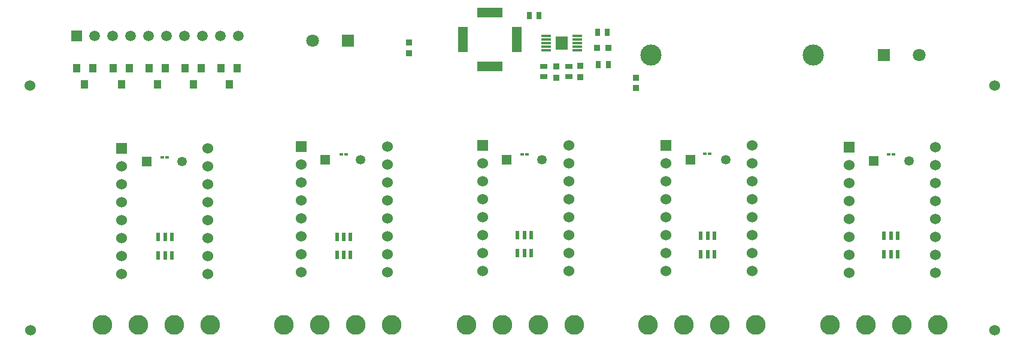
<source format=gbr>
G04 Layer_Color=255*
%FSLAX45Y45*%
%MOMM*%
%TF.FileFunction,Pads,Top*%
%TF.Part,Single*%
G01*
G75*
%TA.AperFunction,SMDPad,CuDef*%
%ADD10R,0.78000X0.98000*%
%ADD11R,0.98000X0.78000*%
%ADD12R,1.40000X3.60000*%
%ADD13R,3.60000X1.40000*%
%ADD14R,0.95000X0.90000*%
%ADD15R,1.02000X1.27000*%
%ADD16R,0.60000X1.15000*%
%ADD17R,0.94000X0.97000*%
%ADD18R,1.68000X1.88000*%
%ADD19R,1.42500X0.30000*%
%ADD20R,0.90000X0.95000*%
%ADD21R,0.47000X0.44000*%
%TA.AperFunction,ViaPad*%
%ADD24C,1.52400*%
%TA.AperFunction,ComponentPad*%
%ADD25C,2.79000*%
%ADD26R,1.80000X1.80000*%
%ADD27C,1.80000*%
%ADD28R,1.50000X1.50000*%
%ADD29C,1.50000*%
%ADD30R,1.35000X1.35000*%
%ADD31C,1.35000*%
%ADD32C,1.52400*%
%ADD33R,1.52400X1.52400*%
%ADD34C,3.00000*%
D10*
X10503200Y7442200D02*
D03*
X10363200D02*
D03*
X11468400Y7200900D02*
D03*
X11328400D02*
D03*
X11481100Y6743700D02*
D03*
X11341100D02*
D03*
D11*
X10922000Y6718600D02*
D03*
Y6578600D02*
D03*
X10566400Y6718600D02*
D03*
Y6578600D02*
D03*
D12*
X9424400Y7099300D02*
D03*
X10184400D02*
D03*
D13*
X9804400Y7479300D02*
D03*
Y6719300D02*
D03*
D14*
X10744200Y6718300D02*
D03*
Y6558300D02*
D03*
X11087100Y6731000D02*
D03*
Y6571000D02*
D03*
D15*
X6121400Y6464300D02*
D03*
X6006900Y6693300D02*
D03*
X6235900D02*
D03*
X5613400Y6464100D02*
D03*
X5498900Y6693100D02*
D03*
X5727900D02*
D03*
X5105400Y6464300D02*
D03*
X4990900Y6693300D02*
D03*
X5219900D02*
D03*
X4597400Y6464300D02*
D03*
X4482900Y6693300D02*
D03*
X4711900D02*
D03*
X4076700Y6464100D02*
D03*
X3962200Y6693100D02*
D03*
X4191200D02*
D03*
D16*
X5308600Y4045300D02*
D03*
X5213600D02*
D03*
X5118600D02*
D03*
Y4305300D02*
D03*
X5213600D02*
D03*
X5308600D02*
D03*
X7835400Y4051300D02*
D03*
X7740400D02*
D03*
X7645400D02*
D03*
Y4311300D02*
D03*
X7740400D02*
D03*
X7835400D02*
D03*
X10388600Y4076700D02*
D03*
X10293600D02*
D03*
X10198600D02*
D03*
Y4336700D02*
D03*
X10293600D02*
D03*
X10388600D02*
D03*
X12979401Y4064000D02*
D03*
X12884399D02*
D03*
X12789400D02*
D03*
Y4324000D02*
D03*
X12884399D02*
D03*
X12979401D02*
D03*
X15570200Y4064000D02*
D03*
X15475200D02*
D03*
X15380200D02*
D03*
Y4324000D02*
D03*
X15475200D02*
D03*
X15570200D02*
D03*
D17*
X8661400Y7058800D02*
D03*
Y6908800D02*
D03*
X11874500Y6563500D02*
D03*
Y6413500D02*
D03*
D18*
X10820400Y7048500D02*
D03*
D19*
X11041600Y7148500D02*
D03*
Y7098500D02*
D03*
Y7048500D02*
D03*
Y6998500D02*
D03*
Y6948500D02*
D03*
X10599200D02*
D03*
Y6998500D02*
D03*
Y7048500D02*
D03*
Y7098500D02*
D03*
Y7148500D02*
D03*
D20*
X11480800Y6985000D02*
D03*
X11320800D02*
D03*
D21*
X5245100Y5435600D02*
D03*
X5178100D02*
D03*
X15514799Y5473700D02*
D03*
X15447800D02*
D03*
X7772400D02*
D03*
X7705400D02*
D03*
X10333200D02*
D03*
X10266200D02*
D03*
X12915900Y5486400D02*
D03*
X12848900D02*
D03*
D24*
X16941800Y2984500D02*
D03*
Y6451600D02*
D03*
X3302000D02*
D03*
X3314700Y2984500D02*
D03*
D25*
X4330700Y3060700D02*
D03*
X4838700D02*
D03*
X5346700D02*
D03*
X5854700D02*
D03*
X6896100D02*
D03*
X7404100D02*
D03*
X7912100D02*
D03*
X8420100D02*
D03*
X9474200D02*
D03*
X9982200D02*
D03*
X10490200D02*
D03*
X10998200D02*
D03*
X12039600D02*
D03*
X12547600D02*
D03*
X13055600D02*
D03*
X13563600D02*
D03*
X14617700D02*
D03*
X15125700D02*
D03*
X15633701D02*
D03*
X16141701D02*
D03*
D26*
X7797800Y7086600D02*
D03*
X15379700Y6883400D02*
D03*
D27*
X7297800Y7086600D02*
D03*
X15879700Y6883400D02*
D03*
D28*
X3962400Y7150100D02*
D03*
D29*
X4216400D02*
D03*
X4724400D02*
D03*
X4978400D02*
D03*
X5232400D02*
D03*
X5486400D02*
D03*
X5740400D02*
D03*
X5994400D02*
D03*
X6248400D02*
D03*
X4470400D02*
D03*
D30*
X4957000Y5372101D02*
D03*
X15231300Y5384801D02*
D03*
X7475600Y5397501D02*
D03*
X10041000D02*
D03*
X12640500Y5397501D02*
D03*
D31*
X5457000Y5372099D02*
D03*
X15731300Y5384799D02*
D03*
X7975600Y5397500D02*
D03*
X10541000D02*
D03*
X13140500Y5397499D02*
D03*
D32*
X12293600Y5092700D02*
D03*
Y5346700D02*
D03*
Y4584700D02*
D03*
Y4076700D02*
D03*
Y4838700D02*
D03*
Y4330700D02*
D03*
Y3822700D02*
D03*
X13512801D02*
D03*
Y4330700D02*
D03*
Y4838700D02*
D03*
Y4076700D02*
D03*
Y4584700D02*
D03*
Y5600700D02*
D03*
Y5346700D02*
D03*
Y5092700D02*
D03*
X7137400Y5080000D02*
D03*
Y5334000D02*
D03*
Y4572000D02*
D03*
Y4064000D02*
D03*
Y4826000D02*
D03*
Y4318000D02*
D03*
Y3810000D02*
D03*
X8356600D02*
D03*
Y4318000D02*
D03*
Y4826000D02*
D03*
Y4064000D02*
D03*
Y4572000D02*
D03*
Y5588000D02*
D03*
Y5334000D02*
D03*
Y5080000D02*
D03*
X9702800Y5092700D02*
D03*
Y5346700D02*
D03*
Y4584700D02*
D03*
Y4076700D02*
D03*
Y4838700D02*
D03*
Y4330700D02*
D03*
Y3822700D02*
D03*
X10922000D02*
D03*
Y4330700D02*
D03*
Y4838700D02*
D03*
Y4076700D02*
D03*
Y4584700D02*
D03*
Y5600700D02*
D03*
Y5346700D02*
D03*
Y5092700D02*
D03*
X14884399Y5067300D02*
D03*
Y5321300D02*
D03*
Y4559300D02*
D03*
Y4051300D02*
D03*
Y4813300D02*
D03*
Y4305300D02*
D03*
Y3797300D02*
D03*
X16103600D02*
D03*
Y4305300D02*
D03*
Y4813300D02*
D03*
Y4051300D02*
D03*
Y4559300D02*
D03*
Y5575300D02*
D03*
Y5321300D02*
D03*
Y5067300D02*
D03*
X4597400Y5054600D02*
D03*
Y5308600D02*
D03*
Y4546600D02*
D03*
Y4038600D02*
D03*
Y4800600D02*
D03*
Y4292600D02*
D03*
Y3784600D02*
D03*
X5816600D02*
D03*
Y4292600D02*
D03*
Y4800600D02*
D03*
Y4038600D02*
D03*
Y4546600D02*
D03*
Y5562600D02*
D03*
Y5308600D02*
D03*
Y5054600D02*
D03*
D33*
X12293600Y5600700D02*
D03*
X7137400Y5588000D02*
D03*
X9702800Y5600700D02*
D03*
X14884399Y5575300D02*
D03*
X4597400Y5562600D02*
D03*
D34*
X12086400Y6883400D02*
D03*
X14376401D02*
D03*
%TF.MD5,2a054693c228998a3a17384f362e4027*%
M02*

</source>
